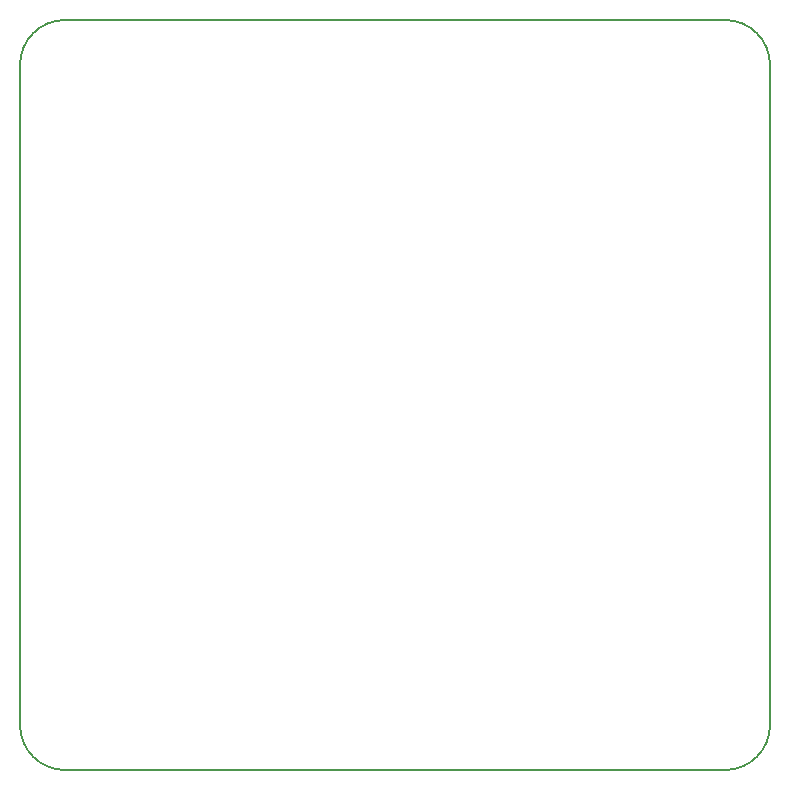
<source format=gko>
G04 Layer_Color=16711935*
%FSAX24Y24*%
%MOIN*%
G70*
G01*
G75*
%ADD41C,0.0080*%
%ADD56C,0.0050*%
D41*
X011400Y014300D02*
G03*
X012900Y012800I001500J000000D01*
G01*
Y037800D02*
G03*
X011400Y036300I000000J-001500D01*
G01*
X034900Y012800D02*
G03*
X036400Y014300I000000J001500D01*
G01*
Y036300D02*
G03*
X034900Y037800I-001500J000000D01*
G01*
X011400Y014300D02*
Y036300D01*
X012900Y037800D02*
X034900D01*
X012900Y012800D02*
X034900D01*
X036400Y014300D02*
Y036300D01*
D56*
X011400Y014300D02*
G03*
X012900Y012800I001500J000000D01*
G01*
X034900D02*
G03*
X036400Y014300I000000J001500D01*
G01*
Y036300D02*
G03*
X034900Y037800I-001500J000000D01*
G01*
X012900D02*
G03*
X011400Y036300I000000J-001500D01*
G01*
X012900Y037800D02*
X034900D01*
X036400Y014300D02*
Y036300D01*
X011400Y014300D02*
Y036300D01*
X012900Y012800D02*
X034900D01*
M02*

</source>
